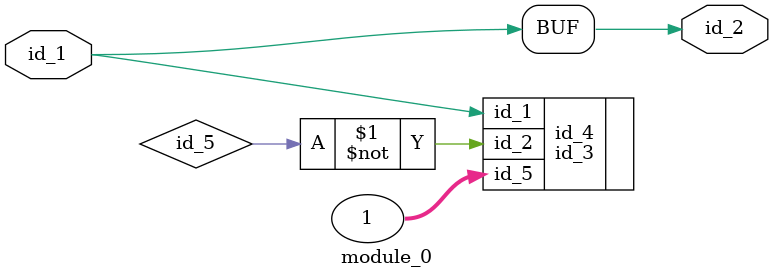
<source format=v>
module module_0 (
    id_1,
    id_2
);
  output id_2;
  input id_1;
  id_3 id_4 (
      .id_2(id_1),
      .id_2(id_2),
      .id_5(id_2),
      .id_1(id_2),
      .id_1(id_1),
      .id_2(id_5),
      .id_2(~id_5),
      .id_5(1),
      .id_1(id_5),
      .id_1(id_2)
  );
  id_6 id_7 (
      .id_4(id_2),
      .id_4(id_1),
      .id_4(id_4)
  );
  assign id_2 = id_1;
endmodule

</source>
